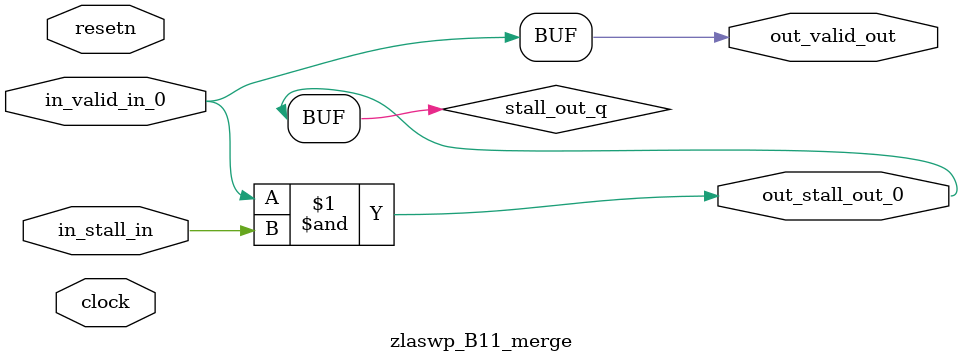
<source format=sv>



(* altera_attribute = "-name AUTO_SHIFT_REGISTER_RECOGNITION OFF; -name MESSAGE_DISABLE 10036; -name MESSAGE_DISABLE 10037; -name MESSAGE_DISABLE 14130; -name MESSAGE_DISABLE 14320; -name MESSAGE_DISABLE 15400; -name MESSAGE_DISABLE 14130; -name MESSAGE_DISABLE 10036; -name MESSAGE_DISABLE 12020; -name MESSAGE_DISABLE 12030; -name MESSAGE_DISABLE 12010; -name MESSAGE_DISABLE 12110; -name MESSAGE_DISABLE 14320; -name MESSAGE_DISABLE 13410; -name MESSAGE_DISABLE 113007; -name MESSAGE_DISABLE 10958" *)
module zlaswp_B11_merge (
    input wire [0:0] in_stall_in,
    input wire [0:0] in_valid_in_0,
    output wire [0:0] out_stall_out_0,
    output wire [0:0] out_valid_out,
    input wire clock,
    input wire resetn
    );

    wire [0:0] stall_out_q;


    // stall_out(LOGICAL,6)
    assign stall_out_q = in_valid_in_0 & in_stall_in;

    // out_stall_out_0(GPOUT,4)
    assign out_stall_out_0 = stall_out_q;

    // out_valid_out(GPOUT,5)
    assign out_valid_out = in_valid_in_0;

endmodule

</source>
